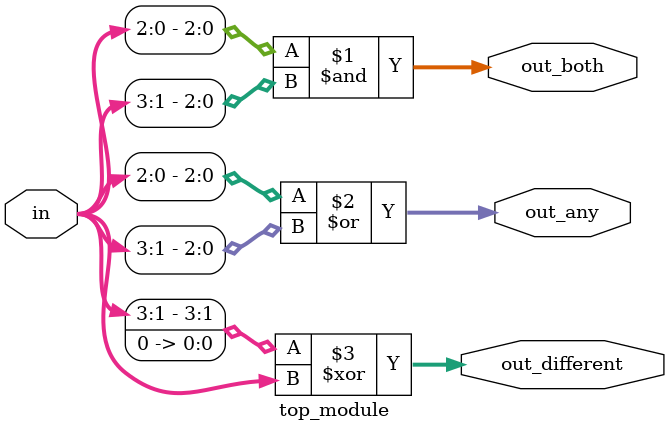
<source format=sv>
module top_module (
	input [3:0] in,
	output [2:0] out_both,
	output [3:1] out_any,
	output [3:0] out_different
);
	
	assign out_both = in[2:0] & in[3:1];
	assign out_any = in[2:0] | in[3:1];
	assign out_different = {in[3:1], 1'b0} ^ in;
endmodule

</source>
